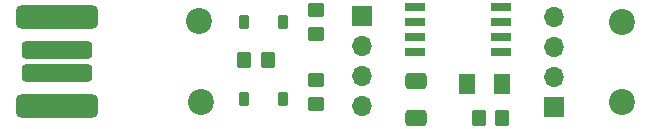
<source format=gbr>
%TF.GenerationSoftware,KiCad,Pcbnew,(7.0.0)*%
%TF.CreationDate,2023-07-16T21:42:08+07:00*%
%TF.ProjectId,Attiny85_USB,41747469-6e79-4383-955f-5553422e6b69,rev?*%
%TF.SameCoordinates,Original*%
%TF.FileFunction,Soldermask,Top*%
%TF.FilePolarity,Negative*%
%FSLAX46Y46*%
G04 Gerber Fmt 4.6, Leading zero omitted, Abs format (unit mm)*
G04 Created by KiCad (PCBNEW (7.0.0)) date 2023-07-16 21:42:08*
%MOMM*%
%LPD*%
G01*
G04 APERTURE LIST*
G04 Aperture macros list*
%AMRoundRect*
0 Rectangle with rounded corners*
0 $1 Rounding radius*
0 $2 $3 $4 $5 $6 $7 $8 $9 X,Y pos of 4 corners*
0 Add a 4 corners polygon primitive as box body*
4,1,4,$2,$3,$4,$5,$6,$7,$8,$9,$2,$3,0*
0 Add four circle primitives for the rounded corners*
1,1,$1+$1,$2,$3*
1,1,$1+$1,$4,$5*
1,1,$1+$1,$6,$7*
1,1,$1+$1,$8,$9*
0 Add four rect primitives between the rounded corners*
20,1,$1+$1,$2,$3,$4,$5,0*
20,1,$1+$1,$4,$5,$6,$7,0*
20,1,$1+$1,$6,$7,$8,$9,0*
20,1,$1+$1,$8,$9,$2,$3,0*%
G04 Aperture macros list end*
%ADD10RoundRect,0.500000X-3.000000X-0.500000X3.000000X-0.500000X3.000000X0.500000X-3.000000X0.500000X0*%
%ADD11RoundRect,0.375000X-2.625000X-0.375000X2.625000X-0.375000X2.625000X0.375000X-2.625000X0.375000X0*%
%ADD12C,2.200000*%
%ADD13R,1.700000X1.700000*%
%ADD14O,1.700000X1.700000*%
%ADD15RoundRect,0.250000X0.650000X-0.412500X0.650000X0.412500X-0.650000X0.412500X-0.650000X-0.412500X0*%
%ADD16RoundRect,0.250000X0.350000X0.450000X-0.350000X0.450000X-0.350000X-0.450000X0.350000X-0.450000X0*%
%ADD17RoundRect,0.250000X-0.450000X0.350000X-0.450000X-0.350000X0.450000X-0.350000X0.450000X0.350000X0*%
%ADD18R,1.700000X0.650000*%
%ADD19RoundRect,0.225000X-0.225000X-0.375000X0.225000X-0.375000X0.225000X0.375000X-0.225000X0.375000X0*%
%ADD20RoundRect,0.250000X-0.350000X-0.450000X0.350000X-0.450000X0.350000X0.450000X-0.350000X0.450000X0*%
%ADD21RoundRect,0.250001X-0.462499X-0.624999X0.462499X-0.624999X0.462499X0.624999X-0.462499X0.624999X0*%
G04 APERTURE END LIST*
D10*
%TO.C,U2*%
X56650000Y-117725000D03*
D11*
X56650000Y-114975000D03*
X56650000Y-112975000D03*
D10*
X56650000Y-110225000D03*
%TD*%
D12*
%TO.C,H1*%
X68680000Y-110580000D03*
%TD*%
D13*
%TO.C,J2*%
X98759999Y-117819999D03*
D14*
X98759999Y-115279999D03*
X98759999Y-112739999D03*
X98759999Y-110199999D03*
%TD*%
D15*
%TO.C,C1*%
X87020000Y-118755000D03*
X87020000Y-115630000D03*
%TD*%
D12*
%TO.C,H4*%
X104540000Y-117440000D03*
%TD*%
D16*
%TO.C,R4*%
X74530000Y-113870000D03*
X72530000Y-113870000D03*
%TD*%
D13*
%TO.C,J1*%
X82469999Y-110129999D03*
D14*
X82469999Y-112669999D03*
X82469999Y-115209999D03*
X82469999Y-117749999D03*
%TD*%
D17*
%TO.C,R1*%
X78560000Y-115590000D03*
X78560000Y-117590000D03*
%TD*%
D18*
%TO.C,U1*%
X86939999Y-109369999D03*
X86939999Y-110639999D03*
X86939999Y-111909999D03*
X86939999Y-113179999D03*
X94239999Y-113179999D03*
X94239999Y-111909999D03*
X94239999Y-110639999D03*
X94239999Y-109369999D03*
%TD*%
D17*
%TO.C,R2*%
X78560000Y-109640000D03*
X78560000Y-111640000D03*
%TD*%
D19*
%TO.C,D2*%
X72530000Y-117200000D03*
X75830000Y-117200000D03*
%TD*%
%TO.C,D1*%
X72522500Y-110630000D03*
X75822500Y-110630000D03*
%TD*%
D12*
%TO.C,H3*%
X68850000Y-117420000D03*
%TD*%
D20*
%TO.C,R3*%
X92370000Y-118740000D03*
X94370000Y-118740000D03*
%TD*%
D21*
%TO.C,D3*%
X91395000Y-115910000D03*
X94370000Y-115910000D03*
%TD*%
D12*
%TO.C,H2*%
X104490000Y-110670000D03*
%TD*%
M02*

</source>
